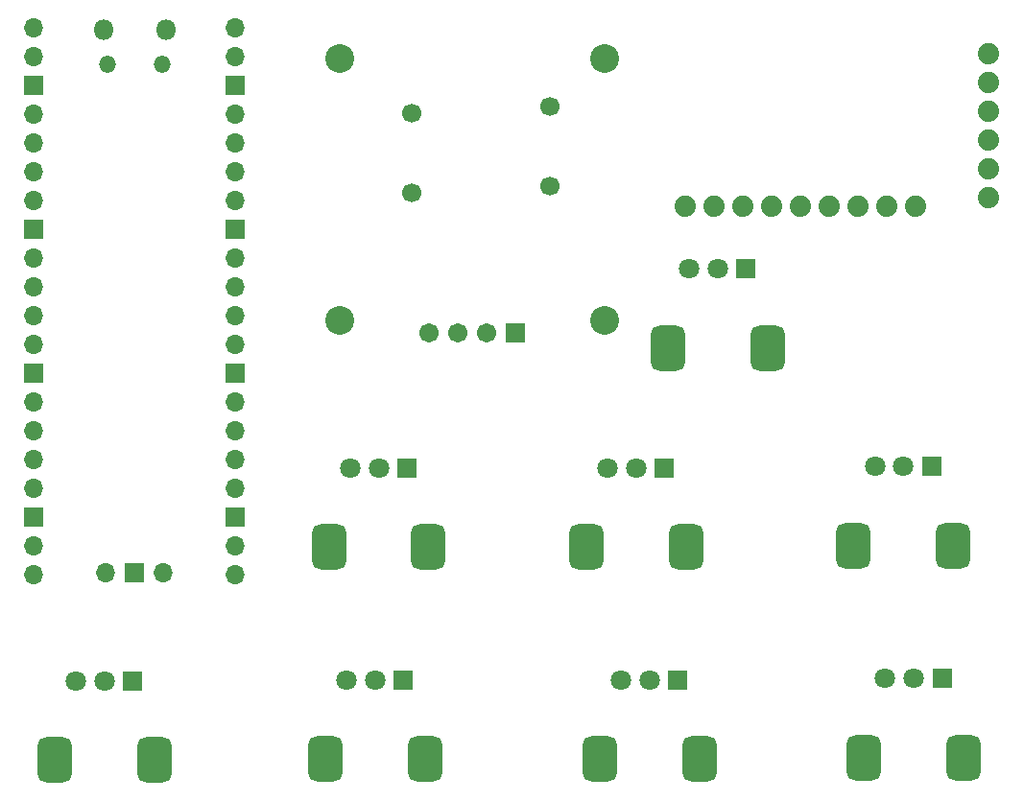
<source format=gbs>
%TF.GenerationSoftware,KiCad,Pcbnew,8.0.3*%
%TF.CreationDate,2024-07-12T18:25:32-05:00*%
%TF.ProjectId,controller,636f6e74-726f-46c6-9c65-722e6b696361,rev?*%
%TF.SameCoordinates,Original*%
%TF.FileFunction,Soldermask,Bot*%
%TF.FilePolarity,Negative*%
%FSLAX46Y46*%
G04 Gerber Fmt 4.6, Leading zero omitted, Abs format (unit mm)*
G04 Created by KiCad (PCBNEW 8.0.3) date 2024-07-12 18:25:32*
%MOMM*%
%LPD*%
G01*
G04 APERTURE LIST*
G04 Aperture macros list*
%AMRoundRect*
0 Rectangle with rounded corners*
0 $1 Rounding radius*
0 $2 $3 $4 $5 $6 $7 $8 $9 X,Y pos of 4 corners*
0 Add a 4 corners polygon primitive as box body*
4,1,4,$2,$3,$4,$5,$6,$7,$8,$9,$2,$3,0*
0 Add four circle primitives for the rounded corners*
1,1,$1+$1,$2,$3*
1,1,$1+$1,$4,$5*
1,1,$1+$1,$6,$7*
1,1,$1+$1,$8,$9*
0 Add four rect primitives between the rounded corners*
20,1,$1+$1,$2,$3,$4,$5,0*
20,1,$1+$1,$4,$5,$6,$7,0*
20,1,$1+$1,$6,$7,$8,$9,0*
20,1,$1+$1,$8,$9,$2,$3,0*%
G04 Aperture macros list end*
%ADD10RoundRect,0.750000X-0.750000X1.250000X-0.750000X-1.250000X0.750000X-1.250000X0.750000X1.250000X0*%
%ADD11C,1.800000*%
%ADD12R,1.800000X1.800000*%
%ADD13C,1.700000*%
%ADD14C,1.879600*%
%ADD15O,1.700000X1.700000*%
%ADD16R,1.700000X1.700000*%
%ADD17O,1.800000X1.800000*%
%ADD18O,1.500000X1.500000*%
%ADD19C,1.711200*%
%ADD20RoundRect,0.101600X0.754000X0.754000X-0.754000X0.754000X-0.754000X-0.754000X0.754000X-0.754000X0*%
%ADD21C,2.540000*%
G04 APERTURE END LIST*
D10*
%TO.C,RV8*%
X126800000Y-51300000D03*
X135600000Y-51300000D03*
D11*
X128700000Y-44300000D03*
X131200000Y-44300000D03*
D12*
X133700000Y-44300000D03*
%TD*%
%TO.C,RV7*%
X79600000Y-80700000D03*
D11*
X77100000Y-80700000D03*
X74600000Y-80700000D03*
D10*
X81500000Y-87700000D03*
X72700000Y-87700000D03*
%TD*%
D12*
%TO.C,RV6*%
X103500000Y-80600000D03*
D11*
X101000000Y-80600000D03*
X98500000Y-80600000D03*
D10*
X105400000Y-87600000D03*
X96600000Y-87600000D03*
%TD*%
D12*
%TO.C,RV5*%
X127700000Y-80600000D03*
D11*
X125200000Y-80600000D03*
X122700000Y-80600000D03*
D10*
X129600000Y-87600000D03*
X120800000Y-87600000D03*
%TD*%
D12*
%TO.C,RV4*%
X151000000Y-80500000D03*
D11*
X148500000Y-80500000D03*
X146000000Y-80500000D03*
D10*
X152900000Y-87500000D03*
X144100000Y-87500000D03*
%TD*%
%TO.C,RV3*%
X96900000Y-68900000D03*
X105700000Y-68900000D03*
D11*
X98800000Y-61900000D03*
X101300000Y-61900000D03*
D12*
X103800000Y-61900000D03*
%TD*%
D10*
%TO.C,RV2*%
X143200000Y-68750000D03*
X152000000Y-68750000D03*
D11*
X145100000Y-61750000D03*
X147600000Y-61750000D03*
D12*
X150100000Y-61750000D03*
%TD*%
D10*
%TO.C,RV1*%
X119600000Y-68900000D03*
X128400000Y-68900000D03*
D11*
X121500000Y-61900000D03*
X124000000Y-61900000D03*
D12*
X126500000Y-61900000D03*
%TD*%
D13*
%TO.C,J1-I1*%
X104182000Y-37600000D03*
X104182000Y-30600000D03*
%TD*%
D14*
%TO.C,U4*%
X148640000Y-38800000D03*
X146100000Y-38800000D03*
X143560000Y-38800000D03*
X141020000Y-38800000D03*
X138480000Y-38800000D03*
X155140000Y-35510000D03*
X155140000Y-32970000D03*
X135940000Y-38800000D03*
X130860000Y-38800000D03*
X155140000Y-27890000D03*
X128320000Y-38800000D03*
X155140000Y-30430000D03*
X133400000Y-38800000D03*
X155140000Y-38050000D03*
X155140000Y-25350000D03*
%TD*%
D15*
%TO.C,U3*%
X82330000Y-71130000D03*
D16*
X79790000Y-71130000D03*
D15*
X77250000Y-71130000D03*
X88680000Y-23100000D03*
X88680000Y-25640000D03*
D16*
X88680000Y-28180000D03*
D15*
X88680000Y-30720000D03*
X88680000Y-33260000D03*
X88680000Y-35800000D03*
X88680000Y-38340000D03*
D16*
X88680000Y-40880000D03*
D15*
X88680000Y-43420000D03*
X88680000Y-45960000D03*
X88680000Y-48500000D03*
X88680000Y-51040000D03*
D16*
X88680000Y-53580000D03*
D15*
X88680000Y-56120000D03*
X88680000Y-58660000D03*
X88680000Y-61200000D03*
X88680000Y-63740000D03*
D16*
X88680000Y-66280000D03*
D15*
X88680000Y-68820000D03*
X88680000Y-71360000D03*
X70900000Y-71360000D03*
X70900000Y-68820000D03*
D16*
X70900000Y-66280000D03*
D15*
X70900000Y-63740000D03*
X70900000Y-61200000D03*
X70900000Y-58660000D03*
X70900000Y-56120000D03*
D16*
X70900000Y-53580000D03*
D15*
X70900000Y-51040000D03*
X70900000Y-48500000D03*
X70900000Y-45960000D03*
X70900000Y-43420000D03*
D16*
X70900000Y-40880000D03*
D15*
X70900000Y-38340000D03*
X70900000Y-35800000D03*
X70900000Y-33260000D03*
X70900000Y-30720000D03*
D16*
X70900000Y-28180000D03*
D15*
X70900000Y-25640000D03*
X70900000Y-23100000D03*
D17*
X82515000Y-23230000D03*
D18*
X82215000Y-26260000D03*
X77365000Y-26260000D03*
D17*
X77065000Y-23230000D03*
%TD*%
D13*
%TO.C,J11-O1*%
X116450000Y-37000000D03*
X116450000Y-30000000D03*
%TD*%
D19*
%TO.C,DISP1*%
X105706000Y-50007000D03*
X108246000Y-50007000D03*
X110786000Y-50007000D03*
D20*
X113326000Y-50007000D03*
D21*
X97832000Y-25750000D03*
X97832000Y-48864000D03*
X121200000Y-25750000D03*
X121200000Y-48864000D03*
%TD*%
M02*

</source>
